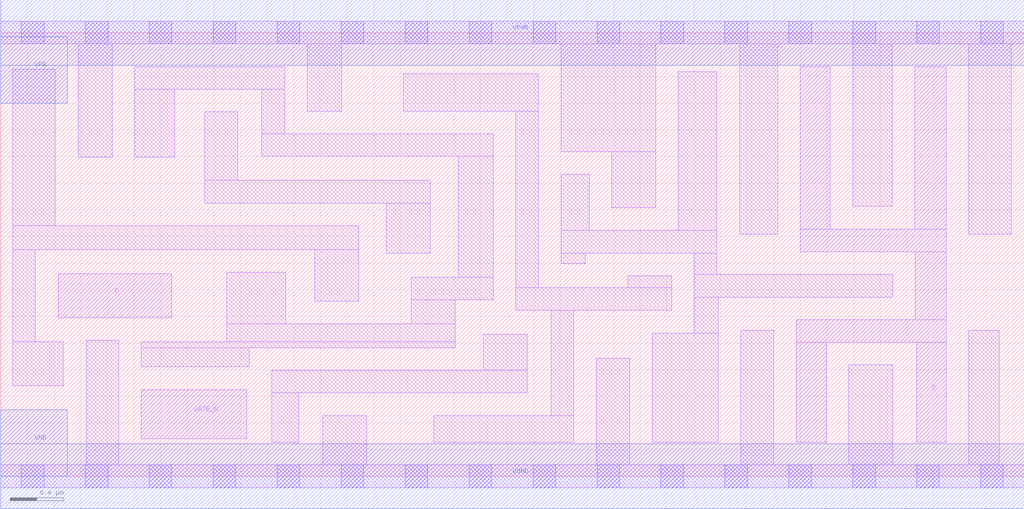
<source format=lef>
# Copyright 2020 The SkyWater PDK Authors
#
# Licensed under the Apache License, Version 2.0 (the "License");
# you may not use this file except in compliance with the License.
# You may obtain a copy of the License at
#
#     https://www.apache.org/licenses/LICENSE-2.0
#
# Unless required by applicable law or agreed to in writing, software
# distributed under the License is distributed on an "AS IS" BASIS,
# WITHOUT WARRANTIES OR CONDITIONS OF ANY KIND, either express or implied.
# See the License for the specific language governing permissions and
# limitations under the License.
#
# SPDX-License-Identifier: Apache-2.0

VERSION 5.5 ;
NAMESCASESENSITIVE ON ;
BUSBITCHARS "[]" ;
DIVIDERCHAR "/" ;
MACRO sky130_fd_sc_lp__dlxtn_4
  CLASS CORE ;
  SOURCE USER ;
  ORIGIN  0.000000  0.000000 ;
  SIZE  7.680000 BY  3.330000 ;
  SYMMETRY X Y R90 ;
  SITE unit ;
  PIN D
    ANTENNAGATEAREA  0.159000 ;
    DIRECTION INPUT ;
    USE SIGNAL ;
    PORT
      LAYER li1 ;
        RECT 0.430000 1.190000 1.285000 1.520000 ;
    END
  END D
  PIN Q
    ANTENNADIFFAREA  1.176000 ;
    DIRECTION OUTPUT ;
    USE SIGNAL ;
    PORT
      LAYER li1 ;
        RECT 5.970000 0.255000 6.195000 1.005000 ;
        RECT 5.970000 1.005000 7.095000 1.175000 ;
        RECT 6.000000 1.685000 7.095000 1.855000 ;
        RECT 6.000000 1.855000 6.225000 3.075000 ;
        RECT 6.860000 1.855000 7.095000 3.075000 ;
        RECT 6.865000 1.175000 7.095000 1.685000 ;
        RECT 6.875000 0.255000 7.095000 1.005000 ;
    END
  END Q
  PIN GATE_N
    ANTENNAGATEAREA  0.159000 ;
    DIRECTION INPUT ;
    USE CLOCK ;
    PORT
      LAYER li1 ;
        RECT 1.055000 0.280000 1.845000 0.650000 ;
    END
  END GATE_N
  PIN VGND
    DIRECTION INOUT ;
    USE GROUND ;
    PORT
      LAYER met1 ;
        RECT 0.000000 -0.245000 7.680000 0.245000 ;
    END
  END VGND
  PIN VNB
    DIRECTION INOUT ;
    USE GROUND ;
    PORT
    END
  END VNB
  PIN VPB
    DIRECTION INOUT ;
    USE POWER ;
    PORT
    END
  END VPB
  PIN VNB
    DIRECTION INOUT ;
    USE GROUND ;
    PORT
      LAYER met1 ;
        RECT 0.000000 0.000000 0.500000 0.500000 ;
    END
  END VNB
  PIN VPB
    DIRECTION INOUT ;
    USE POWER ;
    PORT
      LAYER met1 ;
        RECT 0.000000 2.800000 0.500000 3.300000 ;
    END
  END VPB
  PIN VPWR
    DIRECTION INOUT ;
    USE POWER ;
    PORT
      LAYER met1 ;
        RECT 0.000000 3.085000 7.680000 3.575000 ;
    END
  END VPWR
  OBS
    LAYER li1 ;
      RECT 0.000000 -0.085000 7.680000 0.085000 ;
      RECT 0.000000  3.245000 7.680000 3.415000 ;
      RECT 0.090000  0.680000 0.470000 1.010000 ;
      RECT 0.090000  1.010000 0.260000 1.700000 ;
      RECT 0.090000  1.700000 2.685000 1.880000 ;
      RECT 0.090000  1.880000 0.410000 3.055000 ;
      RECT 0.580000  2.395000 0.835000 3.245000 ;
      RECT 0.640000  0.085000 0.885000 1.020000 ;
      RECT 1.005000  2.395000 1.305000 2.905000 ;
      RECT 1.005000  2.905000 2.130000 3.075000 ;
      RECT 1.055000  0.820000 1.865000 0.965000 ;
      RECT 1.055000  0.965000 3.410000 1.010000 ;
      RECT 1.530000  2.050000 3.225000 2.220000 ;
      RECT 1.530000  2.220000 1.780000 2.735000 ;
      RECT 1.695000  1.010000 3.410000 1.145000 ;
      RECT 1.695000  1.145000 2.140000 1.530000 ;
      RECT 1.960000  2.400000 3.695000 2.570000 ;
      RECT 1.960000  2.570000 2.130000 2.905000 ;
      RECT 2.035000  0.255000 2.235000 0.625000 ;
      RECT 2.035000  0.625000 3.950000 0.795000 ;
      RECT 2.300000  2.740000 2.560000 3.245000 ;
      RECT 2.355000  1.315000 2.685000 1.700000 ;
      RECT 2.415000  0.085000 2.745000 0.455000 ;
      RECT 2.895000  1.675000 3.225000 2.050000 ;
      RECT 3.020000  2.740000 4.035000 3.020000 ;
      RECT 3.080000  1.145000 3.410000 1.325000 ;
      RECT 3.080000  1.325000 3.695000 1.495000 ;
      RECT 3.250000  0.255000 4.300000 0.455000 ;
      RECT 3.435000  1.495000 3.695000 2.400000 ;
      RECT 3.620000  0.795000 3.950000 1.065000 ;
      RECT 3.865000  1.245000 5.035000 1.415000 ;
      RECT 3.865000  1.415000 4.035000 2.740000 ;
      RECT 4.130000  0.455000 4.300000 1.245000 ;
      RECT 4.205000  1.595000 4.385000 1.675000 ;
      RECT 4.205000  1.675000 5.375000 1.845000 ;
      RECT 4.205000  1.845000 4.415000 2.265000 ;
      RECT 4.205000  2.435000 4.915000 3.245000 ;
      RECT 4.470000  0.085000 4.720000 0.885000 ;
      RECT 4.585000  2.015000 4.915000 2.435000 ;
      RECT 4.705000  1.415000 5.035000 1.505000 ;
      RECT 4.890000  0.255000 5.385000 1.075000 ;
      RECT 5.085000  1.845000 5.375000 3.035000 ;
      RECT 5.205000  1.075000 5.385000 1.345000 ;
      RECT 5.205000  1.345000 6.695000 1.515000 ;
      RECT 5.205000  1.515000 5.375000 1.675000 ;
      RECT 5.545000  1.815000 5.830000 3.245000 ;
      RECT 5.555000  0.085000 5.800000 1.095000 ;
      RECT 6.365000  0.085000 6.695000 0.835000 ;
      RECT 6.395000  2.025000 6.690000 3.245000 ;
      RECT 7.265000  0.085000 7.495000 1.095000 ;
      RECT 7.265000  1.815000 7.585000 3.245000 ;
    LAYER mcon ;
      RECT 0.155000 -0.085000 0.325000 0.085000 ;
      RECT 0.155000  3.245000 0.325000 3.415000 ;
      RECT 0.635000 -0.085000 0.805000 0.085000 ;
      RECT 0.635000  3.245000 0.805000 3.415000 ;
      RECT 1.115000 -0.085000 1.285000 0.085000 ;
      RECT 1.115000  3.245000 1.285000 3.415000 ;
      RECT 1.595000 -0.085000 1.765000 0.085000 ;
      RECT 1.595000  3.245000 1.765000 3.415000 ;
      RECT 2.075000 -0.085000 2.245000 0.085000 ;
      RECT 2.075000  3.245000 2.245000 3.415000 ;
      RECT 2.555000 -0.085000 2.725000 0.085000 ;
      RECT 2.555000  3.245000 2.725000 3.415000 ;
      RECT 3.035000 -0.085000 3.205000 0.085000 ;
      RECT 3.035000  3.245000 3.205000 3.415000 ;
      RECT 3.515000 -0.085000 3.685000 0.085000 ;
      RECT 3.515000  3.245000 3.685000 3.415000 ;
      RECT 3.995000 -0.085000 4.165000 0.085000 ;
      RECT 3.995000  3.245000 4.165000 3.415000 ;
      RECT 4.475000 -0.085000 4.645000 0.085000 ;
      RECT 4.475000  3.245000 4.645000 3.415000 ;
      RECT 4.955000 -0.085000 5.125000 0.085000 ;
      RECT 4.955000  3.245000 5.125000 3.415000 ;
      RECT 5.435000 -0.085000 5.605000 0.085000 ;
      RECT 5.435000  3.245000 5.605000 3.415000 ;
      RECT 5.915000 -0.085000 6.085000 0.085000 ;
      RECT 5.915000  3.245000 6.085000 3.415000 ;
      RECT 6.395000 -0.085000 6.565000 0.085000 ;
      RECT 6.395000  3.245000 6.565000 3.415000 ;
      RECT 6.875000 -0.085000 7.045000 0.085000 ;
      RECT 6.875000  3.245000 7.045000 3.415000 ;
      RECT 7.355000 -0.085000 7.525000 0.085000 ;
      RECT 7.355000  3.245000 7.525000 3.415000 ;
  END
END sky130_fd_sc_lp__dlxtn_4
END LIBRARY

</source>
